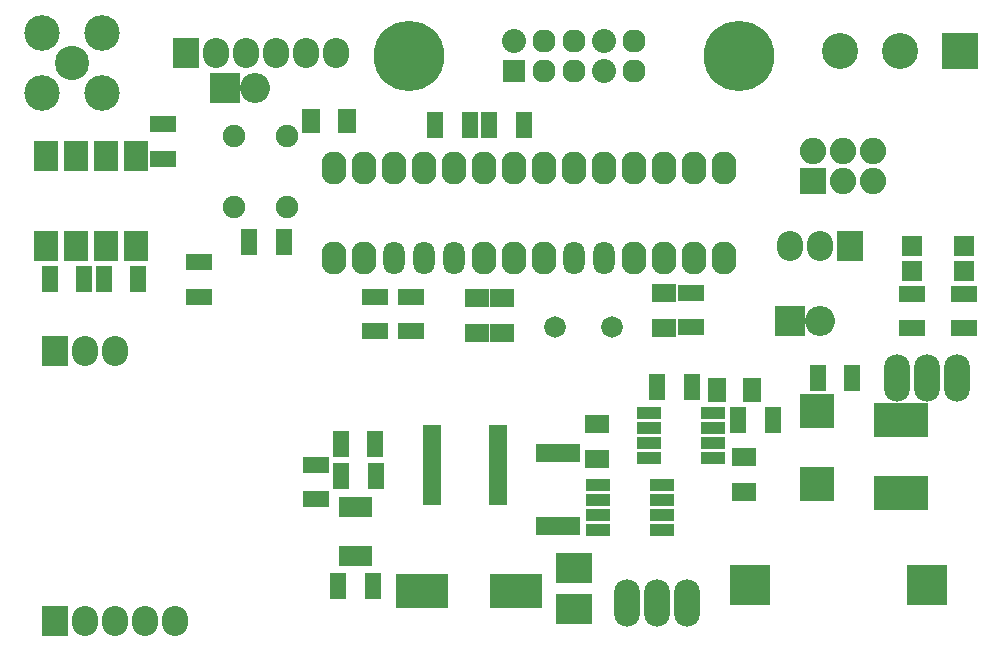
<source format=gts>
G04 #@! TF.FileFunction,Soldermask,Top*
%FSLAX46Y46*%
G04 Gerber Fmt 4.6, Leading zero omitted, Abs format (unit mm)*
G04 Created by KiCad (PCBNEW 4.0.1-stable) date 4/15/2016 12:47:17 PM*
%MOMM*%
G01*
G04 APERTURE LIST*
%ADD10C,0.150000*%
%ADD11O,2.108000X2.808000*%
%ADD12O,1.808000X2.808000*%
%ADD13R,2.938000X2.878000*%
%ADD14R,4.638000X2.878000*%
%ADD15R,3.008000X2.508000*%
%ADD16R,1.706880X1.706880*%
%ADD17C,5.969000*%
%ADD18R,1.908000X1.908000*%
%ADD19C,2.032000*%
%ADD20C,1.958000*%
%ADD21R,2.540000X2.540000*%
%ADD22O,2.540000X2.540000*%
%ADD23R,2.235200X2.540000*%
%ADD24O,2.235200X2.540000*%
%ADD25R,2.235200X2.235200*%
%ADD26O,2.235200X2.235200*%
%ADD27C,2.908000*%
%ADD28C,3.008000*%
%ADD29R,2.208000X1.408000*%
%ADD30R,1.408000X2.208000*%
%ADD31R,3.708000X1.508000*%
%ADD32C,1.905000*%
%ADD33R,2.058000X1.108000*%
%ADD34C,1.828800*%
%ADD35R,3.048000X3.048000*%
%ADD36C,3.048000*%
%ADD37R,0.908000X1.708000*%
%ADD38R,2.032000X2.540000*%
%ADD39R,1.508000X2.108000*%
%ADD40R,2.108000X1.508000*%
%ADD41O,2.207260X4.008120*%
%ADD42R,4.508500X2.908300*%
%ADD43R,3.507740X3.507740*%
%ADD44R,1.508000X6.858000*%
G04 APERTURE END LIST*
D10*
D11*
X43815000Y-36830000D03*
X46355000Y-36830000D03*
D12*
X48895000Y-36830000D03*
X51435000Y-36830000D03*
X53975000Y-36830000D03*
D11*
X56515000Y-36830000D03*
X59055000Y-36830000D03*
X61595000Y-36830000D03*
D12*
X64135000Y-36830000D03*
X66675000Y-36830000D03*
D11*
X69215000Y-36830000D03*
X71755000Y-36830000D03*
X74295000Y-36830000D03*
X76835000Y-36830000D03*
X76835000Y-29210000D03*
X74295000Y-29210000D03*
X71755000Y-29210000D03*
X69215000Y-29210000D03*
X66675000Y-29210000D03*
X64135000Y-29210000D03*
X61595000Y-29210000D03*
X59055000Y-29210000D03*
X56515000Y-29210000D03*
X53975000Y-29210000D03*
X51435000Y-29210000D03*
X48895000Y-29210000D03*
X46355000Y-29210000D03*
X43815000Y-29210000D03*
D13*
X84709000Y-49712000D03*
X84709000Y-55952000D03*
D14*
X91821000Y-50474000D03*
X91821000Y-56714000D03*
D15*
X64135000Y-66470000D03*
X64135000Y-63070000D03*
D16*
X92710000Y-37879020D03*
X92710000Y-35780980D03*
X97155000Y-37879020D03*
X97155000Y-35780980D03*
D17*
X50165000Y-19685000D03*
X78105000Y-19685000D03*
D18*
X59055000Y-20955000D03*
D19*
X59055000Y-18415000D03*
D20*
X61595000Y-20955000D03*
X61595000Y-18415000D03*
X64135000Y-20955000D03*
X64135000Y-18415000D03*
D19*
X66675000Y-20955000D03*
X66675000Y-18415000D03*
D20*
X69215000Y-20955000D03*
X69215000Y-18415000D03*
D21*
X34544000Y-22415500D03*
D22*
X37084000Y-22415500D03*
D23*
X31242000Y-19431000D03*
D24*
X33782000Y-19431000D03*
X36322000Y-19431000D03*
X38862000Y-19431000D03*
X41402000Y-19431000D03*
X43942000Y-19431000D03*
D25*
X84378800Y-30276800D03*
D26*
X84378800Y-27736800D03*
X86918800Y-30276800D03*
X86918800Y-27736800D03*
X89458800Y-30276800D03*
X89458800Y-27736800D03*
D27*
X21590000Y-20320000D03*
D28*
X19050000Y-17780000D03*
X24130000Y-17780000D03*
X24130000Y-22860000D03*
X19050000Y-22860000D03*
D29*
X92710000Y-42725000D03*
X92710000Y-39825000D03*
X97155000Y-42725000D03*
X97155000Y-39825000D03*
D30*
X59870000Y-25527000D03*
X56970000Y-25527000D03*
X55298000Y-25527000D03*
X52398000Y-25527000D03*
D31*
X62738000Y-59488000D03*
X62738000Y-53288000D03*
D30*
X78052000Y-50546000D03*
X80952000Y-50546000D03*
D29*
X47244000Y-40079000D03*
X47244000Y-42979000D03*
X50292000Y-42979000D03*
X50292000Y-40079000D03*
D30*
X24331000Y-38608000D03*
X27231000Y-38608000D03*
D29*
X32385000Y-37158000D03*
X32385000Y-40058000D03*
D30*
X19759000Y-38608000D03*
X22659000Y-38608000D03*
X47322400Y-55219600D03*
X44422400Y-55219600D03*
X44371600Y-52527200D03*
X47271600Y-52527200D03*
X47068400Y-64541400D03*
X44168400Y-64541400D03*
D29*
X42240200Y-57203000D03*
X42240200Y-54303000D03*
X29337000Y-25474000D03*
X29337000Y-28374000D03*
D32*
X39842440Y-32463740D03*
X35341560Y-32463740D03*
X39842440Y-26464260D03*
X35341560Y-26464260D03*
D33*
X71534000Y-59817000D03*
X71534000Y-58547000D03*
X71534000Y-57277000D03*
X71534000Y-56007000D03*
X66134000Y-56007000D03*
X66134000Y-57277000D03*
X66134000Y-58547000D03*
X66134000Y-59817000D03*
X70452000Y-49911000D03*
X70452000Y-51181000D03*
X70452000Y-52451000D03*
X70452000Y-53721000D03*
X75852000Y-53721000D03*
X75852000Y-52451000D03*
X75852000Y-51181000D03*
X75852000Y-49911000D03*
D34*
X67335400Y-42621200D03*
X62509400Y-42621200D03*
D35*
X96774000Y-19304000D03*
D36*
X91694000Y-19304000D03*
X86614000Y-19304000D03*
D37*
X46593400Y-57844000D03*
X45943400Y-57844000D03*
X45293400Y-57844000D03*
X44643400Y-57844000D03*
X44643400Y-62044000D03*
X45293400Y-62044000D03*
X45943400Y-62044000D03*
X46593400Y-62044000D03*
D38*
X19431000Y-35814000D03*
X21971000Y-35814000D03*
X24511000Y-35814000D03*
X27051000Y-35814000D03*
X27051000Y-28194000D03*
X24511000Y-28194000D03*
X21971000Y-28194000D03*
X19431000Y-28194000D03*
D21*
X82423000Y-42164000D03*
D22*
X84963000Y-42164000D03*
D23*
X87503000Y-35814000D03*
D24*
X84963000Y-35814000D03*
X82423000Y-35814000D03*
D29*
X74041000Y-39774200D03*
X74041000Y-42674200D03*
D30*
X39550000Y-35433000D03*
X36650000Y-35433000D03*
D39*
X44870500Y-25209500D03*
X41870500Y-25209500D03*
D40*
X66040000Y-53824000D03*
X66040000Y-50824000D03*
D39*
X79224000Y-48006000D03*
X76224000Y-48006000D03*
D40*
X58039000Y-40156000D03*
X58039000Y-43156000D03*
X71704200Y-39724200D03*
X71704200Y-42724200D03*
X55880000Y-40156000D03*
X55880000Y-43156000D03*
X78486000Y-56618000D03*
X78486000Y-53618000D03*
D30*
X71194000Y-47752000D03*
X74094000Y-47752000D03*
D41*
X71120000Y-66040000D03*
X73660000Y-66040000D03*
X68580000Y-66040000D03*
X93980000Y-46990000D03*
X91440000Y-46990000D03*
X96520000Y-46990000D03*
D42*
X59245500Y-65024000D03*
X51244500Y-65024000D03*
D43*
X78987000Y-64516000D03*
X93987000Y-64516000D03*
D23*
X20193000Y-67564000D03*
D24*
X22733000Y-67564000D03*
X25273000Y-67564000D03*
X27813000Y-67564000D03*
X30353000Y-67564000D03*
D23*
X20193000Y-44704000D03*
D24*
X22733000Y-44704000D03*
X25273000Y-44704000D03*
D30*
X87683000Y-46990000D03*
X84783000Y-46990000D03*
D44*
X57664000Y-54356000D03*
X52064000Y-54356000D03*
M02*

</source>
